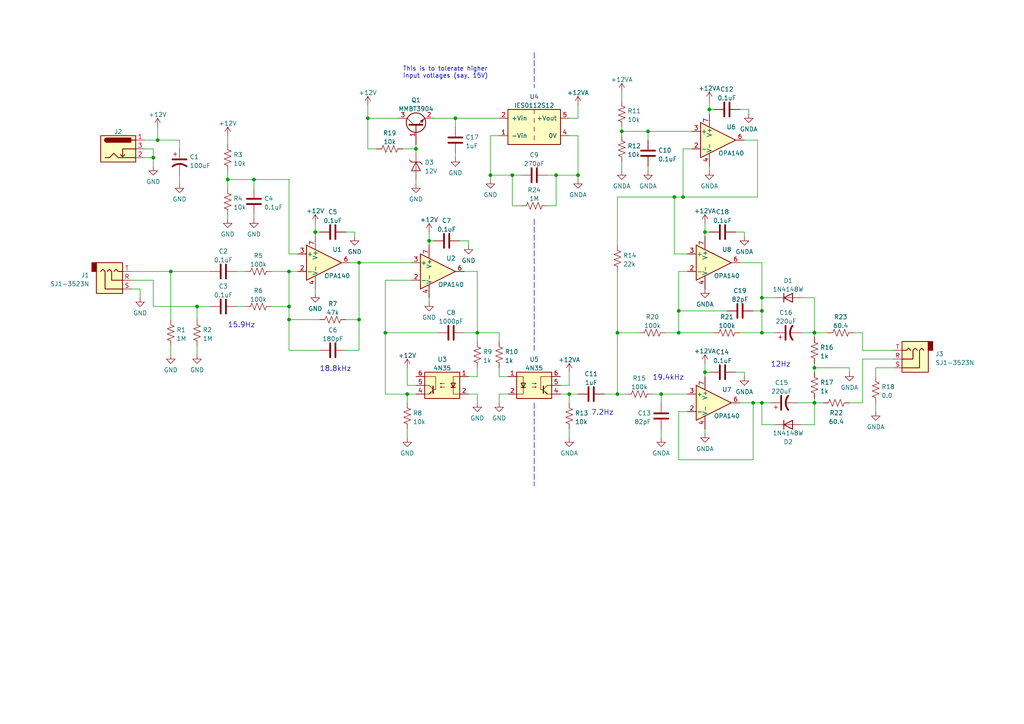
<source format=kicad_sch>
(kicad_sch (version 20211123) (generator eeschema)
  (paper "A4")
  (lib_symbols
    (symbol "Amplifier_Operational:OPA188xxD" (pin_names (offset 0.127))
      (property "Reference" "U" (at 0 6.35 0))
      (property "Value" "OPA188xxD" (at 0 3.81 0))
      (symbol "OPA188xxD_0_1"
        (polyline (pts (xy -5.08 5.08) (xy 5.08 0) (xy -5.08 -5.08) (xy -5.08 5.08)) (stroke (width 0.254)) (fill (type background)))
      )
      (symbol "OPA188xxD_1_1"
        (pin no_connect line (at -2.54 2.54 270) (length 2.54) hide (name "NC") (number "1"))
        (pin input line (at -7.62 -2.54 0) (length 2.54) (name "-") (number "2"))
        (pin input line (at -7.62 2.54 0) (length 2.54) (name "+") (number "3"))
        (pin power_in line (at -2.54 -7.62 90) (length 3.81) (name "V-") (number "4"))
        (pin no_connect line (at 0 2.54 270) (length 2.54) hide (name "NC") (number "5"))
        (pin output line (at 7.62 0 180) (length 2.54) (name "~") (number "6"))
        (pin power_in line (at -2.54 7.62 270) (length 3.81) (name "V+") (number "7"))
        (pin no_connect line (at 0 -2.54 90) (length 2.54) hide (name "NC") (number "8"))
      )
    )
    (symbol "Connector:AudioJack3"
      (property "Reference" "J" (at 0 8.89 0))
      (property "Value" "AudioJack3" (at 0 6.35 0))
      (symbol "AudioJack3_0_1"
        (rectangle (start -5.08 -5.08) (end -6.35 -2.54) (stroke (width 0.254)) (fill (type outline)))
        (polyline (pts (xy 0 -2.54) (xy 0.635 -3.175) (xy 1.27 -2.54) (xy 2.54 -2.54)) (stroke (width 0.254)))
        (polyline (pts (xy -1.905 -2.54) (xy -1.27 -3.175) (xy -0.635 -2.54) (xy -0.635 0) (xy 2.54 0)) (stroke (width 0.254)))
        (polyline (pts (xy 2.54 2.54) (xy -2.54 2.54) (xy -2.54 -2.54) (xy -3.175 -3.175) (xy -3.81 -2.54)) (stroke (width 0.254)))
        (rectangle (start 2.54 3.81) (end -5.08 -5.08) (stroke (width 0.254)) (fill (type background)))
      )
      (symbol "AudioJack3_1_1"
        (pin passive line (at 5.08 0 180) (length 2.54) (name "~") (number "R"))
        (pin passive line (at 5.08 2.54 180) (length 2.54) (name "~") (number "S"))
        (pin passive line (at 5.08 -2.54 180) (length 2.54) (name "~") (number "T"))
      )
    )
    (symbol "Connector:Barrel_Jack_Switch" (pin_names hide)
      (property "Reference" "J" (at 0 5.334 0))
      (property "Value" "Barrel_Jack_Switch" (at 0 -5.08 0))
      (symbol "Barrel_Jack_Switch_0_1"
        (rectangle (start -5.08 3.81) (end 5.08 -3.81) (stroke (width 0.254)) (fill (type background)))
        (arc (start -3.302 3.175) (mid -3.937 2.54) (end -3.302 1.905) (stroke (width 0.254)))
        (arc (start -3.302 3.175) (mid -3.937 2.54) (end -3.302 1.905) (stroke (width 0.254)) (fill (type outline)))
        (polyline (pts (xy 1.27 -2.286) (xy 1.905 -1.651)) (stroke (width 0.254)))
        (polyline (pts (xy 5.08 2.54) (xy 3.81 2.54)) (stroke (width 0.254)))
        (polyline (pts (xy 5.08 0) (xy 1.27 0) (xy 1.27 -2.286) (xy 0.635 -1.651)) (stroke (width 0.254)))
        (polyline (pts (xy -3.81 -2.54) (xy -2.54 -2.54) (xy -1.27 -1.27) (xy 0 -2.54) (xy 2.54 -2.54) (xy 5.08 -2.54)) (stroke (width 0.254)))
        (rectangle (start 3.683 3.175) (end -3.302 1.905) (stroke (width 0.254)) (fill (type outline)))
      )
      (symbol "Barrel_Jack_Switch_1_1"
        (pin passive line (at 7.62 2.54 180) (length 2.54) (name "~") (number "1"))
        (pin passive line (at 7.62 -2.54 180) (length 2.54) (name "~") (number "2"))
        (pin passive line (at 7.62 0 180) (length 2.54) (name "~") (number "3"))
      )
    )
    (symbol "Device:C" (pin_numbers hide) (pin_names (offset 0.254))
      (property "Reference" "C" (at 0.635 2.54 0))
      (property "Value" "C" (at 0.635 -2.54 0))
      (symbol "C_0_1"
        (polyline (pts (xy -2.032 -0.762) (xy 2.032 -0.762)) (stroke (width 0.508)))
        (polyline (pts (xy -2.032 0.762) (xy 2.032 0.762)) (stroke (width 0.508)))
      )
      (symbol "C_1_1"
        (pin passive line (at 0 3.81 270) (length 2.794) (name "~") (number "1"))
        (pin passive line (at 0 -3.81 90) (length 2.794) (name "~") (number "2"))
      )
    )
    (symbol "Device:C_Polarized_US" (pin_numbers hide) (pin_names (offset 0.254) hide)
      (property "Reference" "C" (at 0.635 2.54 0))
      (property "Value" "C_Polarized_US" (at 0.635 -2.54 0))
      (symbol "C_Polarized_US_0_1"
        (polyline (pts (xy -2.032 0.762) (xy 2.032 0.762)) (stroke (width 0.508)))
        (polyline (pts (xy -1.778 2.286) (xy -0.762 2.286)))
        (polyline (pts (xy -1.27 1.778) (xy -1.27 2.794)))
        (arc (start 2.032 -1.27) (mid 0 -0.5572) (end -2.032 -1.27) (stroke (width 0.508)))
      )
      (symbol "C_Polarized_US_1_1"
        (pin passive line (at 0 3.81 270) (length 2.794) (name "~") (number "1"))
        (pin passive line (at 0 -3.81 90) (length 3.302) (name "~") (number "2"))
      )
    )
    (symbol "Device:R_US" (pin_numbers hide) (pin_names (offset 0))
      (property "Reference" "R" (at 2.54 0 90))
      (property "Value" "R_US" (at -2.54 0 90))
      (symbol "R_US_0_1"
        (polyline (pts (xy 0 -2.286) (xy 0 -2.54)))
        (polyline (pts (xy 0 2.286) (xy 0 2.54)))
        (polyline (pts (xy 0 -0.762) (xy 1.016 -1.143) (xy 0 -1.524) (xy -1.016 -1.905) (xy 0 -2.286)))
        (polyline (pts (xy 0 0.762) (xy 1.016 0.381) (xy 0 0) (xy -1.016 -0.381) (xy 0 -0.762)))
        (polyline (pts (xy 0 2.286) (xy 1.016 1.905) (xy 0 1.524) (xy -1.016 1.143) (xy 0 0.762)))
      )
      (symbol "R_US_1_1"
        (pin passive line (at 0 3.81 270) (length 1.27) (name "~") (number "1"))
        (pin passive line (at 0 -3.81 90) (length 1.27) (name "~") (number "2"))
      )
    )
    (symbol "Diode:1N4148W" (pin_numbers hide) (pin_names (offset 1.016) hide)
      (property "Reference" "D" (at 0 2.54 0))
      (property "Value" "1N4148W" (at 0 -2.54 0))
      (symbol "1N4148W_0_1"
        (polyline (pts (xy -1.27 1.27) (xy -1.27 -1.27)) (stroke (width 0.254)))
        (polyline (pts (xy 1.27 0) (xy -1.27 0)))
        (polyline (pts (xy 1.27 1.27) (xy 1.27 -1.27) (xy -1.27 0) (xy 1.27 1.27)) (stroke (width 0.254)))
      )
      (symbol "1N4148W_1_1"
        (pin passive line (at -3.81 0 0) (length 2.54) (name "K") (number "1"))
        (pin passive line (at 3.81 0 180) (length 2.54) (name "A") (number "2"))
      )
    )
    (symbol "Isolator:4N35" (pin_names (offset 1.016))
      (property "Reference" "U" (at -5.08 5.08 0))
      (property "Value" "4N35" (at 0 5.08 0))
      (symbol "4N35_0_1"
        (rectangle (start -5.08 3.81) (end 5.08 -3.81) (stroke (width 0.254)) (fill (type background)))
        (polyline (pts (xy -3.81 -0.635) (xy -2.54 -0.635)) (stroke (width 0.254)))
        (polyline (pts (xy 2.667 -1.397) (xy 3.81 -2.54)))
        (polyline (pts (xy 2.667 -1.143) (xy 3.81 0)))
        (polyline (pts (xy 3.81 -2.54) (xy 5.08 -2.54)))
        (polyline (pts (xy 3.81 0) (xy 5.08 0)))
        (polyline (pts (xy 2.667 -0.254) (xy 2.667 -2.286) (xy 2.667 -2.286)) (stroke (width 0.3556)))
        (polyline (pts (xy -5.08 -2.54) (xy -3.175 -2.54) (xy -3.175 2.54) (xy -5.08 2.54)))
        (polyline (pts (xy -3.175 -0.635) (xy -3.81 0.635) (xy -2.54 0.635) (xy -3.175 -0.635)) (stroke (width 0.254)))
        (polyline (pts (xy 3.683 -2.413) (xy 3.429 -1.905) (xy 3.175 -2.159) (xy 3.683 -2.413)))
        (polyline (pts (xy 5.08 2.54) (xy 1.905 2.54) (xy 1.905 -1.27) (xy 2.54 -1.27)))
        (polyline (pts (xy -0.635 -0.508) (xy 0.635 -0.508) (xy 0.254 -0.635) (xy 0.254 -0.381) (xy 0.635 -0.508)))
        (polyline (pts (xy -0.635 0.508) (xy 0.635 0.508) (xy 0.254 0.381) (xy 0.254 0.635) (xy 0.635 0.508)))
      )
      (symbol "4N35_1_1"
        (pin passive line (at -7.62 2.54 0) (length 2.54) (name "~") (number "1"))
        (pin passive line (at -7.62 -2.54 0) (length 2.54) (name "~") (number "2"))
        (pin no_connect line (at -5.08 0 0) (length 2.54) hide (name "NC") (number "3"))
        (pin passive line (at 7.62 -2.54 180) (length 2.54) (name "~") (number "4"))
        (pin passive line (at 7.62 0 180) (length 2.54) (name "~") (number "5"))
        (pin passive line (at 7.62 2.54 180) (length 2.54) (name "~") (number "6"))
      )
    )
    (symbol "Repowered_Devices:D_Zener_Standard" (pin_numbers hide) (pin_names (offset 1.016) hide)
      (property "Reference" "D" (at 0 2.54 0))
      (property "Value" "D_Zener_Standard" (at 0 -2.54 0))
      (symbol "D_Zener_Standard_0_1"
        (polyline (pts (xy -1.905 -1.905) (xy -1.27 -1.27)) (stroke (width 0.2032)))
        (polyline (pts (xy 1.27 0) (xy -1.27 0)))
        (polyline (pts (xy -1.27 -1.27) (xy -1.27 1.143) (xy -0.635 1.778)) (stroke (width 0.2032)))
        (polyline (pts (xy 1.27 -1.27) (xy 1.27 1.27) (xy -1.27 0) (xy 1.27 -1.27)) (stroke (width 0.2032)))
      )
      (symbol "D_Zener_Standard_1_1"
        (pin passive line (at -3.81 0 0) (length 2.54) (name "K") (number "1"))
        (pin passive line (at 3.81 0 180) (length 2.54) (name "A") (number "2"))
      )
    )
    (symbol "Transistor_BJT:MMBT3904" (pin_names (offset 0) hide)
      (property "Reference" "Q" (at 5.08 1.905 0))
      (property "Value" "MMBT3904" (at 5.08 0 0))
      (symbol "MMBT3904_0_1"
        (polyline (pts (xy 0.635 0.635) (xy 2.54 2.54)))
        (polyline (pts (xy 0.635 -0.635) (xy 2.54 -2.54) (xy 2.54 -2.54)))
        (polyline (pts (xy 0.635 1.905) (xy 0.635 -1.905) (xy 0.635 -1.905)) (stroke (width 0.508)))
        (polyline (pts (xy 1.27 -1.778) (xy 1.778 -1.27) (xy 2.286 -2.286) (xy 1.27 -1.778) (xy 1.27 -1.778)) (fill (type outline)))
        (circle (center 1.27 0) (radius 2.8194) (stroke (width 0.254)))
      )
      (symbol "MMBT3904_1_1"
        (pin input line (at -5.08 0 0) (length 5.715) (name "B") (number "1"))
        (pin passive line (at 2.54 -5.08 90) (length 2.54) (name "E") (number "2"))
        (pin passive line (at 2.54 5.08 270) (length 2.54) (name "C") (number "3"))
      )
    )
    (symbol "XP_Power:ISE0515A" (pin_names (offset 1.016))
      (property "Reference" "U" (at 0 5.08 0))
      (property "Value" "ISE0515A" (at 0 2.54 0))
      (symbol "ISE0515A_1_1"
        (rectangle (start -7.62 0) (end 7.62 -10.16) (stroke (width 0.254)) (fill (type background)))
        (polyline (pts (xy 0 -7.62) (xy 0 -8.89)))
        (polyline (pts (xy 0 -5.08) (xy 0 -6.35)))
        (polyline (pts (xy 0 -2.54) (xy 0 -3.81)))
        (polyline (pts (xy 0 0) (xy 0 -1.27)))
        (pin power_in line (at -10.16 -7.62 0) (length 2.54) (name "-Vin") (number "1"))
        (pin power_in line (at -10.16 -2.54 0) (length 2.54) (name "+Vin") (number "2"))
        (pin power_out line (at 10.16 -7.62 180) (length 2.54) (name "0V") (number "4"))
        (pin power_out line (at 10.16 -2.54 180) (length 2.54) (name "+Vout") (number "5"))
        (pin passive line (at 0 -12.7 90) (length 2.54) hide (name "NC") (number "8"))
      )
    )
    (symbol "power:+12V" (power) (pin_names (offset 0))
      (property "Value" "+12V" (at 0 3.556 0))
      (symbol "+12V_0_1"
        (polyline (pts (xy -0.762 1.27) (xy 0 2.54)))
        (polyline (pts (xy 0 0) (xy 0 2.54)))
        (polyline (pts (xy 0 2.54) (xy 0.762 1.27)))
      )
      (symbol "+12V_1_1"
        (pin power_in line (at 0 0 90) (length 0) hide (name "+12V") (number "1"))
      )
    )
    (symbol "power:+12VA" (power) (pin_names (offset 0))
      (property "Value" "+12VA" (at 0 3.556 0))
      (symbol "+12VA_0_1"
        (polyline (pts (xy -0.762 1.27) (xy 0 2.54)))
        (polyline (pts (xy 0 0) (xy 0 2.54)))
        (polyline (pts (xy 0 2.54) (xy 0.762 1.27)))
      )
      (symbol "+12VA_1_1"
        (pin power_in line (at 0 0 90) (length 0) hide (name "+12VA") (number "1"))
      )
    )
    (symbol "power:GND" (power) (pin_names (offset 0))
      (property "Value" "GND" (at 0 -3.81 0))
      (symbol "GND_0_1"
        (polyline (pts (xy 0 0) (xy 0 -1.27) (xy 1.27 -1.27) (xy 0 -2.54) (xy -1.27 -1.27) (xy 0 -1.27)))
      )
      (symbol "GND_1_1"
        (pin power_in line (at 0 0 270) (length 0) hide (name "GND") (number "1"))
      )
    )
    (symbol "power:GNDA" (power) (pin_names (offset 0))
      (property "Value" "GNDA" (at 0 -3.81 0))
      (symbol "GNDA_0_1"
        (polyline (pts (xy 0 0) (xy 0 -1.27) (xy 1.27 -1.27) (xy 0 -2.54) (xy -1.27 -1.27) (xy 0 -1.27)))
      )
      (symbol "GNDA_1_1"
        (pin power_in line (at 0 0 270) (length 0) hide (name "GNDA") (number "1"))
      )
    )
  )
  (junction (at 124.46 69.85))
  (junction (at 83.82 92.71))
  (junction (at 104.14 92.71))
  (junction (at 132.08 34.29))
  (junction (at 120.65 43.18))
  (junction (at 138.43 96.52))
  (junction (at 220.98 90.17))
  (junction (at 236.22 106.68))
  (junction (at 196.85 96.52))
  (junction (at 205.74 31.75))
  (junction (at 142.24 50.8))
  (junction (at 73.66 52.07))
  (junction (at 91.44 67.31))
  (junction (at 204.47 107.95))
  (junction (at 83.82 88.9))
  (junction (at 106.68 34.29))
  (junction (at 57.15 88.9))
  (junction (at 195.58 57.15))
  (junction (at 187.96 38.1))
  (junction (at 220.98 86.36))
  (junction (at 191.77 114.3))
  (junction (at 204.47 67.31))
  (junction (at 167.64 50.8))
  (junction (at 198.12 57.15))
  (junction (at 111.76 96.52))
  (junction (at 44.45 45.72))
  (junction (at 49.53 78.74))
  (junction (at 196.85 90.17))
  (junction (at 180.34 38.1))
  (junction (at 218.44 116.84))
  (junction (at 148.59 50.8))
  (junction (at 165.1 114.3))
  (junction (at 236.22 96.52))
  (junction (at 83.82 78.74))
  (junction (at 66.04 52.07))
  (junction (at 161.29 50.8))
  (junction (at 118.11 114.3))
  (junction (at 236.22 116.84))
  (junction (at 179.07 96.52))
  (junction (at 220.98 116.84))
  (junction (at 179.07 114.3))
  (junction (at 104.14 76.2))
  (junction (at 220.98 96.52))
  (junction (at 45.72 40.64))
  (wire (pts (xy 180.34 26.67) (xy 180.34 29.21)))
  (wire (pts (xy 167.64 30.48) (xy 167.64 34.29)))
  (wire (pts (xy 167.64 39.37) (xy 165.1 39.37)))
  (wire (pts (xy 138.43 109.22) (xy 135.89 109.22)))
  (wire (pts (xy 86.36 73.66) (xy 83.82 73.66)))
  (wire (pts (xy 38.1 81.28) (xy 44.45 81.28)))
  (wire (pts (xy 220.98 86.36) (xy 224.79 86.36)))
  (wire (pts (xy 236.22 106.68) (xy 236.22 107.95)))
  (polyline (pts (xy 154.94 116.84) (xy 154.94 140.97)))
  (wire (pts (xy 220.98 116.84) (xy 223.52 116.84)))
  (wire (pts (xy 193.04 96.52) (xy 196.85 96.52)))
  (wire (pts (xy 120.65 41.91) (xy 120.65 43.18)))
  (wire (pts (xy 142.24 50.8) (xy 142.24 52.07)))
  (wire (pts (xy 41.91 43.18) (xy 44.45 43.18)))
  (wire (pts (xy 106.68 30.48) (xy 106.68 34.29)))
  (wire (pts (xy 214.63 116.84) (xy 218.44 116.84)))
  (wire (pts (xy 179.07 57.15) (xy 195.58 57.15)))
  (wire (pts (xy 120.65 114.3) (xy 118.11 114.3)))
  (wire (pts (xy 259.08 101.6) (xy 250.19 101.6)))
  (wire (pts (xy 142.24 50.8) (xy 148.59 50.8)))
  (wire (pts (xy 144.78 96.52) (xy 144.78 99.06)))
  (wire (pts (xy 196.85 119.38) (xy 196.85 133.35)))
  (wire (pts (xy 66.04 62.23) (xy 66.04 63.5)))
  (wire (pts (xy 91.44 67.31) (xy 92.71 67.31)))
  (wire (pts (xy 111.76 81.28) (xy 119.38 81.28)))
  (wire (pts (xy 104.14 92.71) (xy 104.14 101.6)))
  (wire (pts (xy 207.01 96.52) (xy 196.85 96.52)))
  (wire (pts (xy 124.46 69.85) (xy 124.46 71.12)))
  (wire (pts (xy 189.23 114.3) (xy 191.77 114.3)))
  (wire (pts (xy 118.11 114.3) (xy 111.76 114.3)))
  (wire (pts (xy 83.82 78.74) (xy 86.36 78.74)))
  (wire (pts (xy 138.43 78.74) (xy 138.43 96.52)))
  (wire (pts (xy 92.71 92.71) (xy 83.82 92.71)))
  (wire (pts (xy 236.22 116.84) (xy 236.22 115.57)))
  (wire (pts (xy 220.98 90.17) (xy 220.98 96.52)))
  (wire (pts (xy 196.85 96.52) (xy 196.85 90.17)))
  (wire (pts (xy 83.82 92.71) (xy 83.82 88.9)))
  (wire (pts (xy 120.65 43.18) (xy 120.65 44.45)))
  (wire (pts (xy 41.91 40.64) (xy 45.72 40.64)))
  (wire (pts (xy 134.62 96.52) (xy 138.43 96.52)))
  (wire (pts (xy 254 116.84) (xy 254 119.38)))
  (wire (pts (xy 44.45 81.28) (xy 44.45 88.9)))
  (wire (pts (xy 220.98 76.2) (xy 220.98 86.36)))
  (wire (pts (xy 204.47 64.77) (xy 204.47 67.31)))
  (wire (pts (xy 236.22 96.52) (xy 236.22 97.79)))
  (wire (pts (xy 135.89 69.85) (xy 135.89 71.12)))
  (wire (pts (xy 106.68 34.29) (xy 115.57 34.29)))
  (wire (pts (xy 52.07 40.64) (xy 45.72 40.64)))
  (wire (pts (xy 45.72 36.83) (xy 45.72 40.64)))
  (wire (pts (xy 158.75 50.8) (xy 161.29 50.8)))
  (wire (pts (xy 195.58 57.15) (xy 198.12 57.15)))
  (wire (pts (xy 250.19 96.52) (xy 247.65 96.52)))
  (wire (pts (xy 118.11 106.68) (xy 118.11 111.76)))
  (wire (pts (xy 148.59 50.8) (xy 151.13 50.8)))
  (wire (pts (xy 217.17 31.75) (xy 217.17 33.02)))
  (wire (pts (xy 124.46 69.85) (xy 125.73 69.85)))
  (wire (pts (xy 91.44 83.82) (xy 91.44 85.09)))
  (wire (pts (xy 218.44 90.17) (xy 220.98 90.17)))
  (wire (pts (xy 199.39 73.66) (xy 195.58 73.66)))
  (wire (pts (xy 144.78 106.68) (xy 144.78 109.22)))
  (wire (pts (xy 246.38 116.84) (xy 250.19 116.84)))
  (wire (pts (xy 91.44 64.77) (xy 91.44 67.31)))
  (polyline (pts (xy 154.94 63.5) (xy 154.94 101.6)))
  (wire (pts (xy 187.96 49.53) (xy 187.96 48.26)))
  (wire (pts (xy 232.41 86.36) (xy 236.22 86.36)))
  (wire (pts (xy 198.12 43.18) (xy 198.12 57.15)))
  (wire (pts (xy 200.66 43.18) (xy 198.12 43.18)))
  (wire (pts (xy 111.76 96.52) (xy 111.76 81.28)))
  (wire (pts (xy 104.14 76.2) (xy 104.14 92.71)))
  (wire (pts (xy 246.38 106.68) (xy 246.38 107.95)))
  (wire (pts (xy 191.77 114.3) (xy 191.77 116.84)))
  (wire (pts (xy 138.43 96.52) (xy 144.78 96.52)))
  (wire (pts (xy 205.74 29.21) (xy 205.74 31.75)))
  (wire (pts (xy 100.33 67.31) (xy 102.87 67.31)))
  (wire (pts (xy 66.04 52.07) (xy 66.04 54.61)))
  (wire (pts (xy 118.11 114.3) (xy 118.11 116.84)))
  (wire (pts (xy 196.85 90.17) (xy 210.82 90.17)))
  (wire (pts (xy 144.78 39.37) (xy 142.24 39.37)))
  (wire (pts (xy 215.9 107.95) (xy 215.9 109.22)))
  (wire (pts (xy 162.56 114.3) (xy 165.1 114.3)))
  (wire (pts (xy 180.34 46.99) (xy 180.34 49.53)))
  (wire (pts (xy 215.9 40.64) (xy 219.71 40.64)))
  (wire (pts (xy 132.08 34.29) (xy 144.78 34.29)))
  (wire (pts (xy 199.39 78.74) (xy 196.85 78.74)))
  (wire (pts (xy 142.24 39.37) (xy 142.24 50.8)))
  (wire (pts (xy 220.98 116.84) (xy 220.98 123.19)))
  (wire (pts (xy 57.15 88.9) (xy 57.15 92.71)))
  (wire (pts (xy 83.82 101.6) (xy 83.82 92.71)))
  (wire (pts (xy 83.82 52.07) (xy 73.66 52.07)))
  (wire (pts (xy 73.66 52.07) (xy 66.04 52.07)))
  (wire (pts (xy 124.46 67.31) (xy 124.46 69.85)))
  (wire (pts (xy 250.19 104.14) (xy 250.19 116.84)))
  (wire (pts (xy 205.74 31.75) (xy 207.01 31.75)))
  (wire (pts (xy 205.74 48.26) (xy 205.74 49.53)))
  (wire (pts (xy 151.13 59.69) (xy 148.59 59.69)))
  (wire (pts (xy 215.9 67.31) (xy 215.9 68.58)))
  (wire (pts (xy 231.14 116.84) (xy 236.22 116.84)))
  (wire (pts (xy 179.07 96.52) (xy 179.07 78.74)))
  (wire (pts (xy 132.08 34.29) (xy 132.08 36.83)))
  (wire (pts (xy 198.12 57.15) (xy 219.71 57.15)))
  (wire (pts (xy 138.43 106.68) (xy 138.43 109.22)))
  (wire (pts (xy 179.07 96.52) (xy 185.42 96.52)))
  (wire (pts (xy 101.6 76.2) (xy 104.14 76.2)))
  (wire (pts (xy 167.64 52.07) (xy 167.64 50.8)))
  (wire (pts (xy 111.76 114.3) (xy 111.76 96.52)))
  (wire (pts (xy 106.68 34.29) (xy 106.68 43.18)))
  (wire (pts (xy 191.77 114.3) (xy 199.39 114.3)))
  (wire (pts (xy 133.35 69.85) (xy 135.89 69.85)))
  (wire (pts (xy 158.75 59.69) (xy 161.29 59.69)))
  (wire (pts (xy 250.19 101.6) (xy 250.19 96.52)))
  (wire (pts (xy 187.96 38.1) (xy 187.96 40.64)))
  (wire (pts (xy 120.65 52.07) (xy 120.65 53.34)))
  (wire (pts (xy 219.71 57.15) (xy 219.71 40.64)))
  (wire (pts (xy 232.41 96.52) (xy 236.22 96.52)))
  (wire (pts (xy 204.47 107.95) (xy 204.47 109.22)))
  (wire (pts (xy 165.1 107.95) (xy 165.1 111.76)))
  (wire (pts (xy 68.58 78.74) (xy 71.12 78.74)))
  (wire (pts (xy 204.47 67.31) (xy 204.47 68.58)))
  (wire (pts (xy 78.74 88.9) (xy 83.82 88.9)))
  (wire (pts (xy 165.1 34.29) (xy 167.64 34.29)))
  (wire (pts (xy 191.77 124.46) (xy 191.77 127)))
  (wire (pts (xy 138.43 96.52) (xy 138.43 99.06)))
  (wire (pts (xy 220.98 123.19) (xy 224.79 123.19)))
  (wire (pts (xy 66.04 39.37) (xy 66.04 41.91)))
  (wire (pts (xy 144.78 114.3) (xy 144.78 116.84)))
  (wire (pts (xy 118.11 124.46) (xy 118.11 127)))
  (wire (pts (xy 213.36 107.95) (xy 215.9 107.95)))
  (wire (pts (xy 132.08 44.45) (xy 132.08 45.72)))
  (wire (pts (xy 49.53 78.74) (xy 49.53 92.71)))
  (wire (pts (xy 92.71 101.6) (xy 83.82 101.6)))
  (wire (pts (xy 165.1 114.3) (xy 165.1 116.84)))
  (wire (pts (xy 83.82 52.07) (xy 83.82 73.66)))
  (wire (pts (xy 144.78 109.22) (xy 147.32 109.22)))
  (wire (pts (xy 44.45 43.18) (xy 44.45 45.72)))
  (wire (pts (xy 49.53 78.74) (xy 60.96 78.74)))
  (wire (pts (xy 204.47 124.46) (xy 204.47 125.73)))
  (wire (pts (xy 180.34 38.1) (xy 180.34 39.37)))
  (wire (pts (xy 214.63 31.75) (xy 217.17 31.75)))
  (wire (pts (xy 102.87 67.31) (xy 102.87 68.58)))
  (wire (pts (xy 196.85 90.17) (xy 196.85 78.74)))
  (wire (pts (xy 52.07 50.8) (xy 52.07 53.34)))
  (wire (pts (xy 254 106.68) (xy 259.08 106.68)))
  (wire (pts (xy 179.07 57.15) (xy 179.07 71.12)))
  (wire (pts (xy 180.34 38.1) (xy 180.34 36.83)))
  (wire (pts (xy 49.53 100.33) (xy 49.53 102.87)))
  (wire (pts (xy 135.89 114.3) (xy 138.43 114.3)))
  (wire (pts (xy 205.74 31.75) (xy 205.74 33.02)))
  (wire (pts (xy 116.84 43.18) (xy 120.65 43.18)))
  (wire (pts (xy 66.04 49.53) (xy 66.04 52.07)))
  (wire (pts (xy 167.64 50.8) (xy 167.64 39.37)))
  (wire (pts (xy 125.73 34.29) (xy 132.08 34.29)))
  (wire (pts (xy 73.66 52.07) (xy 73.66 54.61)))
  (wire (pts (xy 44.45 45.72) (xy 44.45 48.26)))
  (wire (pts (xy 236.22 106.68) (xy 246.38 106.68)))
  (wire (pts (xy 127 96.52) (xy 111.76 96.52)))
  (wire (pts (xy 161.29 50.8) (xy 167.64 50.8)))
  (wire (pts (xy 254 106.68) (xy 254 109.22)))
  (wire (pts (xy 161.29 59.69) (xy 161.29 50.8)))
  (wire (pts (xy 187.96 38.1) (xy 180.34 38.1)))
  (wire (pts (xy 138.43 114.3) (xy 138.43 116.84)))
  (wire (pts (xy 57.15 100.33) (xy 57.15 102.87)))
  (wire (pts (xy 147.32 114.3) (xy 144.78 114.3)))
  (wire (pts (xy 204.47 107.95) (xy 205.74 107.95)))
  (wire (pts (xy 218.44 116.84) (xy 218.44 133.35)))
  (wire (pts (xy 40.64 83.82) (xy 40.64 86.36)))
  (wire (pts (xy 68.58 88.9) (xy 71.12 88.9)))
  (wire (pts (xy 218.44 116.84) (xy 220.98 116.84)))
  (wire (pts (xy 236.22 86.36) (xy 236.22 96.52)))
  (wire (pts (xy 162.56 111.76) (xy 165.1 111.76)))
  (wire (pts (xy 124.46 86.36) (xy 124.46 87.63)))
  (wire (pts (xy 38.1 83.82) (xy 40.64 83.82)))
  (wire (pts (xy 236.22 105.41) (xy 236.22 106.68)))
  (wire (pts (xy 220.98 96.52) (xy 224.79 96.52)))
  (wire (pts (xy 52.07 43.18) (xy 52.07 40.64)))
  (wire (pts (xy 236.22 123.19) (xy 236.22 116.84)))
  (wire (pts (xy 213.36 67.31) (xy 215.9 67.31)))
  (wire (pts (xy 44.45 88.9) (xy 57.15 88.9)))
  (polyline (pts (xy 154.94 15.24) (xy 154.94 25.4)))
  (wire (pts (xy 57.15 88.9) (xy 60.96 88.9)))
  (wire (pts (xy 179.07 114.3) (xy 181.61 114.3)))
  (wire (pts (xy 214.63 76.2) (xy 220.98 76.2)))
  (wire (pts (xy 165.1 114.3) (xy 167.64 114.3)))
  (wire (pts (xy 204.47 67.31) (xy 205.74 67.31)))
  (wire (pts (xy 200.66 38.1) (xy 187.96 38.1)))
  (wire (pts (xy 91.44 67.31) (xy 91.44 68.58)))
  (wire (pts (xy 175.26 114.3) (xy 179.07 114.3)))
  (wire (pts (xy 83.82 88.9) (xy 83.82 78.74)))
  (wire (pts (xy 259.08 104.14) (xy 250.19 104.14)))
  (wire (pts (xy 214.63 96.52) (xy 220.98 96.52)))
  (wire (pts (xy 104.14 76.2) (xy 119.38 76.2)))
  (wire (pts (xy 120.65 111.76) (xy 118.11 111.76)))
  (wire (pts (xy 38.1 78.74) (xy 49.53 78.74)))
  (wire (pts (xy 165.1 124.46) (xy 165.1 127)))
  (wire (pts (xy 78.74 78.74) (xy 83.82 78.74)))
  (wire (pts (xy 134.62 78.74) (xy 138.43 78.74)))
  (wire (pts (xy 199.39 119.38) (xy 196.85 119.38)))
  (wire (pts (xy 196.85 133.35) (xy 218.44 133.35)))
  (wire (pts (xy 148.59 59.69) (xy 148.59 50.8)))
  (wire (pts (xy 106.68 43.18) (xy 109.22 43.18)))
  (wire (pts (xy 220.98 86.36) (xy 220.98 90.17)))
  (wire (pts (xy 179.07 114.3) (xy 179.07 96.52)))
  (wire (pts (xy 100.33 92.71) (xy 104.14 92.71)))
  (wire (pts (xy 195.58 73.66) (xy 195.58 57.15)))
  (wire (pts (xy 204.47 105.41) (xy 204.47 107.95)))
  (wire (pts (xy 41.91 45.72) (xy 44.45 45.72)))
  (wire (pts (xy 104.14 101.6) (xy 100.33 101.6)))
  (wire (pts (xy 73.66 63.5) (xy 73.66 62.23)))
  (wire (pts (xy 240.03 96.52) (xy 236.22 96.52)))
  (wire (pts (xy 238.76 116.84) (xy 236.22 116.84)))
  (wire (pts (xy 232.41 123.19) (xy 236.22 123.19)))
  (text "19.4kHz" (at 189.23 110.49 0) (effects (font (size 1.5 1.5)) (justify left bottom)))
  (text "7.2Hz" (at 171.45 120.65 0) (effects (font (size 1.5 1.5)) (justify left bottom)))
  (text "15.9Hz" (at 66.04 95.25 0) (effects (font (size 1.5 1.5)) (justify left bottom)))
  (text "This is to tolerate higher\ninput votlages (say, 15V)" (at 116.84 22.86 0) (effects (font (size 1.27 1.27)) (justify left bottom)))
  (text "12Hz\n" (at 223.52 106.68 0) (effects (font (size 1.5 1.5)) (justify left bottom)))
  (text "18.8kHz" (at 92.71 107.95 0) (effects (font (size 1.5 1.5)) (justify left bottom)))
  (symbol (lib_id "Device:C") (at 187.96 44.45 180) (unit 1)
    (property "Reference" "C10" (at 190.881 43.6153 0) (effects (justify right)))
    (property "Value" "0.1uF" (at 190.881 46.1522 0) (effects (justify right)))
    (property "Footprint" "Capacitor_SMD:C_0603_1608Metric" (effects hide))
  )
  (symbol (lib_id "Device:R_US") (at 57.15 96.52 180) (unit 1)
    (property "Reference" "R2" (at 58.801 95.6853 0) (effects (justify right)))
    (property "Value" "1M" (at 58.801 98.2222 0) (effects (justify right)))
    (property "Footprint" "Resistor_SMD:R_0603_1608Metric" (effects hide))
  )
  (symbol (lib_id "Device:R_US") (at 236.22 101.6 180) (unit 1)
    (property "Reference" "R16" (at 237.871 100.7653 0) (effects (justify right)))
    (property "Value" "1k" (at 237.871 103.3022 0) (effects (justify right)))
    (property "Footprint" "Resistor_SMD:R_0603_1608Metric" (effects hide))
  )
  (symbol (lib_id "power:GNDA") (at 204.47 83.82 0) (unit 1)
    (property "Reference" "#PWR040" (effects hide))
    (property "Value" "GNDA" (at 204.47 88.2634 0))
  )
  (symbol (lib_id "power:GND") (at 144.78 116.84 0) (unit 1)
    (property "Reference" "#PWR021" (effects hide))
    (property "Value" "GND" (at 144.78 121.2834 0))
  )
  (symbol (lib_id "Connector:Barrel_Jack_Switch") (at 34.29 43.18 0) (unit 1)
    (property "Reference" "J2" (at 34.29 38.2072 0))
    (property "Value" "Barrel_Jack_Switch" (effects hide))
    (property "Footprint" "Repowered_Connectors:BarrelJack_CUI_PJ-066A" (effects hide))
  )
  (symbol (lib_id "Device:C") (at 64.77 88.9 90) (unit 1)
    (property "Reference" "C3" (at 64.77 83.0412 90))
    (property "Value" "0.1uF" (at 64.77 85.5781 90))
    (property "Footprint" "Capacitor_SMD:C_0603_1608Metric" (effects hide))
  )
  (symbol (lib_id "Device:C_Polarized_US") (at 52.07 46.99 0) (unit 1)
    (property "Reference" "C1" (at 54.991 45.5203 0) (effects (justify left)))
    (property "Value" "100uF" (at 54.991 48.0572 0) (effects (justify left)))
    (property "Footprint" "Capacitor_SMD:CP_Elec_6.3x9.9" (effects hide))
  )
  (symbol (lib_id "power:GNDA") (at 191.77 127 0) (unit 1)
    (property "Reference" "#PWR031" (effects hide))
    (property "Value" "GNDA" (at 191.77 131.4434 0))
  )
  (symbol (lib_id "power:GND") (at 102.87 68.58 0) (unit 1)
    (property "Reference" "#PWR012" (effects hide))
    (property "Value" "GND" (at 102.87 73.0234 0))
  )
  (symbol (lib_id "power:GNDA") (at 246.38 107.95 0) (unit 1)
    (property "Reference" "#PWR042" (effects hide))
    (property "Value" "GNDA" (at 246.38 112.3934 0))
  )
  (symbol (lib_id "power:GND") (at 132.08 45.72 0) (unit 1)
    (property "Reference" "#PWR038" (effects hide))
    (property "Value" "GND" (at 132.08 50.1634 0))
  )
  (symbol (lib_id "power:GND") (at 91.44 85.09 0) (unit 1)
    (property "Reference" "#PWR011" (effects hide))
    (property "Value" "GND" (at 91.44 89.5334 0))
  )
  (symbol (lib_id "power:GND") (at 66.04 63.5 0) (unit 1)
    (property "Reference" "#PWR08" (effects hide))
    (property "Value" "GND" (at 66.04 67.9434 0))
  )
  (symbol (lib_id "Device:R_US") (at 243.84 96.52 270) (unit 1)
    (property "Reference" "R23" (at 243.84 91.9312 90))
    (property "Value" "60.4" (at 243.84 94.4681 90))
    (property "Footprint" "Resistor_SMD:R_0805_2012Metric" (effects hide))
  )
  (symbol (lib_id "Repowered_Devices:D_Zener_Standard") (at 120.65 48.26 270) (unit 1)
    (property "Reference" "D3" (at 123.1646 47.1078 90) (effects (justify left)))
    (property "Value" "12V" (at 123.1646 49.6447 90) (effects (justify left)))
    (property "Footprint" "Diode_SMD:D_SOD-123" (effects hide))
  )
  (symbol (lib_id "Device:R_US") (at 185.42 114.3 270) (unit 1)
    (property "Reference" "R15" (at 185.42 109.7112 90))
    (property "Value" "100k" (at 185.42 112.2481 90))
    (property "Footprint" "Resistor_SMD:R_0603_1608Metric" (effects hide))
  )
  (symbol (lib_id "Device:R_US") (at 49.53 96.52 180) (unit 1)
    (property "Reference" "R1" (at 51.181 95.6853 0) (effects (justify right)))
    (property "Value" "1M" (at 51.181 98.2222 0) (effects (justify right)))
    (property "Footprint" "Resistor_SMD:R_0603_1608Metric" (effects hide))
  )
  (symbol (lib_id "power:GNDA") (at 204.47 125.73 0) (unit 1)
    (property "Reference" "#PWR034" (effects hide))
    (property "Value" "GNDA" (at 204.47 130.1734 0))
  )
  (symbol (lib_id "power:GND") (at 52.07 53.34 0) (unit 1)
    (property "Reference" "#PWR05" (effects hide))
    (property "Value" "GND" (at 52.07 57.7834 0))
  )
  (symbol (lib_id "Device:C") (at 154.94 50.8 90) (unit 1)
    (property "Reference" "C9" (at 154.94 44.9412 90))
    (property "Value" "270pF" (at 154.94 47.4781 90))
    (property "Footprint" "Capacitor_SMD:C_1206_3216Metric" (effects hide))
  )
  (symbol (lib_id "Device:R_US") (at 74.93 88.9 90) (unit 1)
    (property "Reference" "R6" (at 74.93 84.3112 90))
    (property "Value" "100k" (at 74.93 86.8481 90))
    (property "Footprint" "Resistor_SMD:R_0603_1608Metric" (effects hide))
  )
  (symbol (lib_id "XP_Power:ISE0515A") (at 154.94 31.75 0) (unit 1)
    (property "Reference" "U4" (at 154.94 28.0502 0))
    (property "Value" "IES0112S12" (at 154.94 30.5871 0))
    (property "Footprint" "Repowered_DC-DC_Modules:XP_Power_ISE" (effects hide))
  )
  (symbol (lib_id "Device:R_US") (at 74.93 78.74 90) (unit 1)
    (property "Reference" "R5" (at 74.93 74.1512 90))
    (property "Value" "100k" (at 74.93 76.6881 90))
    (property "Footprint" "Resistor_SMD:R_0603_1608Metric" (effects hide))
  )
  (symbol (lib_id "Device:C") (at 191.77 120.65 180) (unit 1)
    (property "Reference" "C13" (at 188.8491 119.8153 0) (effects (justify left)))
    (property "Value" "82pF" (at 188.8491 122.3522 0) (effects (justify left)))
    (property "Footprint" "Capacitor_SMD:C_0603_1608Metric" (effects hide))
  )
  (symbol (lib_id "Device:C") (at 171.45 114.3 90) (unit 1)
    (property "Reference" "C11" (at 171.45 108.4412 90))
    (property "Value" "1uF" (at 171.45 110.9781 90))
    (property "Footprint" "Capacitor_SMD:C_0805_2012Metric" (effects hide))
  )
  (symbol (lib_id "Device:C_Polarized_US") (at 227.33 116.84 90) (unit 1)
    (property "Reference" "C15" (at 226.695 110.9812 90))
    (property "Value" "220uF" (at 226.695 113.5181 90))
    (property "Footprint" "Capacitor_SMD:CP_Elec_10x10" (effects hide))
  )
  (symbol (lib_id "power:+12V") (at 91.44 64.77 0) (unit 1)
    (property "Reference" "#PWR010" (effects hide))
    (property "Value" "+12V" (at 91.44 61.1942 0))
  )
  (symbol (lib_id "power:GND") (at 73.66 63.5 0) (unit 1)
    (property "Reference" "#PWR09" (effects hide))
    (property "Value" "GND" (at 73.66 67.9434 0))
  )
  (symbol (lib_id "power:GNDA") (at 165.1 127 0) (unit 1)
    (property "Reference" "#PWR025" (effects hide))
    (property "Value" "GNDA" (at 165.1 131.4434 0))
  )
  (symbol (lib_id "power:+12VA") (at 165.1 107.95 0) (unit 1)
    (property "Reference" "#PWR024" (effects hide))
    (property "Value" "+12VA" (at 165.1 104.3742 0))
  )
  (symbol (lib_id "Amplifier_Operational:OPA188xxD") (at 207.01 76.2 0) (unit 1)
    (property "Reference" "U8" (at 210.82 72.39 0))
    (property "Value" "OPA140" (at 210.82 80.01 0))
    (property "Footprint" "Package_SO:SOIC-8_3.9x4.9mm_P1.27mm" (effects hide))
    (property "Datasheet" "http://www.ti.com/lit/ds/symlink/opa140.pdf" (effects hide))
  )
  (symbol (lib_id "power:GNDA") (at 205.74 49.53 0) (unit 1)
    (property "Reference" "#PWR030" (effects hide))
    (property "Value" "GNDA" (at 205.74 53.9734 0))
  )
  (symbol (lib_id "power:GNDA") (at 254 119.38 0) (mirror y) (unit 1)
    (property "Reference" "#PWR036" (effects hide))
    (property "Value" "GNDA" (at 254 123.8234 0))
  )
  (symbol (lib_id "Device:R_US") (at 138.43 102.87 0) (unit 1)
    (property "Reference" "R9" (at 140.081 102.0353 0) (effects (justify left)))
    (property "Value" "1k" (at 140.081 104.5722 0) (effects (justify left)))
    (property "Footprint" "Resistor_SMD:R_0603_1608Metric" (effects hide))
  )
  (symbol (lib_id "power:GNDA") (at 167.64 52.07 0) (unit 1)
    (property "Reference" "#PWR027" (effects hide))
    (property "Value" "GNDA" (at 167.64 56.5134 0))
  )
  (symbol (lib_id "power:GNDA") (at 215.9 109.22 0) (unit 1)
    (property "Reference" "#PWR035" (effects hide))
    (property "Value" "GNDA" (at 215.9 113.6634 0))
  )
  (symbol (lib_id "power:GND") (at 40.64 86.36 0) (unit 1)
    (property "Reference" "#PWR01" (effects hide))
    (property "Value" "GND" (at 40.64 90.8034 0))
  )
  (symbol (lib_id "Device:R_US") (at 180.34 43.18 180) (unit 1)
    (property "Reference" "R12" (at 181.991 42.3453 0) (effects (justify right)))
    (property "Value" "10k" (at 181.991 44.8822 0) (effects (justify right)))
    (property "Footprint" "Resistor_SMD:R_0603_1608Metric" (effects hide))
  )
  (symbol (lib_id "power:+12V") (at 66.04 39.37 0) (unit 1)
    (property "Reference" "#PWR07" (effects hide))
    (property "Value" "+12V" (at 66.04 35.7942 0))
  )
  (symbol (lib_id "power:+12V") (at 45.72 36.83 0) (unit 1)
    (property "Reference" "#PWR03" (effects hide))
    (property "Value" "+12V" (at 45.72 33.2542 0))
  )
  (symbol (lib_id "power:GNDA") (at 215.9 68.58 0) (unit 1)
    (property "Reference" "#PWR041" (effects hide))
    (property "Value" "GNDA" (at 215.9 73.0234 0))
  )
  (symbol (lib_id "Isolator:4N35") (at 128.27 111.76 0) (mirror y) (unit 1)
    (property "Reference" "U3" (at 128.27 104.2502 0))
    (property "Value" "4N35" (at 128.27 106.7871 0))
    (property "Footprint" "Package_DIP:DIP-6_W7.62mm" (effects hide))
    (property "Datasheet" "https://www.vishay.com/docs/81181/4n35.pdf" (effects hide))
  )
  (symbol (lib_id "power:GND") (at 49.53 102.87 0) (unit 1)
    (property "Reference" "#PWR04" (effects hide))
    (property "Value" "GND" (at 49.53 107.3134 0))
  )
  (symbol (lib_id "power:+12V") (at 124.46 67.31 0) (unit 1)
    (property "Reference" "#PWR015" (effects hide))
    (property "Value" "+12V" (at 124.46 63.7342 0))
  )
  (symbol (lib_id "Device:C") (at 73.66 58.42 180) (unit 1)
    (property "Reference" "C4" (at 76.581 57.5853 0) (effects (justify right)))
    (property "Value" "0.1uF" (at 76.581 60.1222 0) (effects (justify right)))
    (property "Footprint" "Capacitor_SMD:C_0603_1608Metric" (effects hide))
  )
  (symbol (lib_id "Device:C_Polarized_US") (at 228.6 96.52 90) (unit 1)
    (property "Reference" "C16" (at 227.965 90.6612 90))
    (property "Value" "220uF" (at 227.965 93.1981 90))
    (property "Footprint" "Capacitor_SMD:CP_Elec_10x10" (effects hide))
  )
  (symbol (lib_id "Device:C") (at 209.55 107.95 90) (unit 1)
    (property "Reference" "C14" (at 209.55 102.0912 90))
    (property "Value" "0.1uF" (at 209.55 104.6281 90))
    (property "Footprint" "Capacitor_SMD:C_0603_1608Metric" (effects hide))
  )
  (symbol (lib_id "Diode:1N4148W") (at 228.6 123.19 0) (mirror x) (unit 1)
    (property "Reference" "D2" (at 228.6 128.1598 0))
    (property "Value" "1N4148W" (at 228.6 125.6229 0))
    (property "Footprint" "Diode_SMD:D_SOD-123" (effects hide))
    (property "Datasheet" "https://www.vishay.com/docs/85748/1n4148w.pdf" (effects hide))
  )
  (symbol (lib_id "power:+12VA") (at 167.64 30.48 0) (unit 1)
    (property "Reference" "#PWR026" (effects hide))
    (property "Value" "+12VA" (at 167.64 26.9042 0))
  )
  (symbol (lib_id "Connector:AudioJack3") (at 264.16 104.14 180) (unit 1)
    (property "Reference" "J3" (at 271.272 102.6703 0) (effects (justify right)))
    (property "Value" "SJ1-3523N" (at 271.272 105.2072 0) (effects (justify right)))
    (property "Footprint" "Repowered_Connectors:Jack_3.5mm_CUI_SJ1-3523N_Horizontal" (effects hide))
    (property "MFG_PN" "SJ1-3523N" (effects hide))
  )
  (symbol (lib_id "power:GND") (at 57.15 102.87 0) (unit 1)
    (property "Reference" "#PWR06" (effects hide))
    (property "Value" "GND" (at 57.15 107.3134 0))
  )
  (symbol (lib_id "Device:R_US") (at 180.34 33.02 180) (unit 1)
    (property "Reference" "R11" (at 181.991 32.1853 0) (effects (justify right)))
    (property "Value" "10k" (at 181.991 34.7222 0) (effects (justify right)))
    (property "Footprint" "Resistor_SMD:R_0603_1608Metric" (effects hide))
  )
  (symbol (lib_id "Device:R_US") (at 165.1 120.65 180) (unit 1)
    (property "Reference" "R13" (at 166.751 119.8153 0) (effects (justify right)))
    (property "Value" "10k" (at 166.751 122.3522 0) (effects (justify right)))
    (property "Footprint" "Resistor_SMD:R_0603_1608Metric" (effects hide))
  )
  (symbol (lib_id "power:GND") (at 138.43 116.84 0) (unit 1)
    (property "Reference" "#PWR018" (effects hide))
    (property "Value" "GND" (at 138.43 121.2834 0))
  )
  (symbol (lib_id "Device:C") (at 129.54 69.85 90) (unit 1)
    (property "Reference" "C7" (at 129.54 63.9912 90))
    (property "Value" "0.1uF" (at 129.54 66.5281 90))
    (property "Footprint" "Capacitor_SMD:C_0603_1608Metric" (effects hide))
  )
  (symbol (lib_id "power:GND") (at 118.11 127 0) (unit 1)
    (property "Reference" "#PWR014" (effects hide))
    (property "Value" "GND" (at 118.11 131.4434 0))
  )
  (symbol (lib_id "Device:R_US") (at 236.22 111.76 180) (unit 1)
    (property "Reference" "R17" (at 237.871 110.9253 0) (effects (justify right)))
    (property "Value" "1k" (at 237.871 113.4622 0) (effects (justify right)))
    (property "Footprint" "Resistor_SMD:R_0603_1608Metric" (effects hide))
  )
  (symbol (lib_id "power:GNDA") (at 180.34 49.53 0) (unit 1)
    (property "Reference" "#PWR023" (effects hide))
    (property "Value" "GNDA" (at 180.34 53.9734 0))
  )
  (symbol (lib_id "Device:C") (at 210.82 31.75 90) (unit 1)
    (property "Reference" "C12" (at 210.82 25.8912 90))
    (property "Value" "0.1uF" (at 210.82 28.4281 90))
    (property "Footprint" "Capacitor_SMD:C_0603_1608Metric" (effects hide))
  )
  (symbol (lib_id "Diode:1N4148W") (at 228.6 86.36 0) (unit 1)
    (property "Reference" "D1" (at 228.6 81.3902 0))
    (property "Value" "1N4148W" (at 228.6 83.9271 0))
    (property "Footprint" "Diode_SMD:D_SOD-123" (effects hide))
    (property "Datasheet" "https://www.vishay.com/docs/85748/1n4148w.pdf" (effects hide))
  )
  (symbol (lib_id "Device:R_US") (at 189.23 96.52 270) (unit 1)
    (property "Reference" "R20" (at 189.23 91.9312 90))
    (property "Value" "100k" (at 189.23 94.4681 90))
    (property "Footprint" "Resistor_SMD:R_0603_1608Metric" (effects hide))
  )
  (symbol (lib_id "Device:R_US") (at 144.78 102.87 0) (unit 1)
    (property "Reference" "R10" (at 146.431 102.0353 0) (effects (justify left)))
    (property "Value" "1k" (at 146.431 104.5722 0) (effects (justify left)))
    (property "Footprint" "Resistor_SMD:R_0603_1608Metric" (effects hide))
  )
  (symbol (lib_id "Transistor_BJT:MMBT3904") (at 120.65 36.83 90) (unit 1)
    (property "Reference" "Q1" (at 120.65 29.0408 90))
    (property "Value" "MMBT3904" (at 120.65 31.5777 90))
    (property "Footprint" "Repowered_TO-SOT-SMD:SOT-23" (effects hide))
    (property "Datasheet" "https://www.onsemi.com/pub/Collateral/2N3903-D.PDF" (effects hide))
  )
  (symbol (lib_id "Isolator:4N35") (at 154.94 111.76 0) (unit 1)
    (property "Reference" "U5" (at 154.94 104.2502 0))
    (property "Value" "4N35" (at 154.94 106.7871 0))
    (property "Footprint" "Package_DIP:DIP-6_W7.62mm" (effects hide))
    (property "Datasheet" "https://www.vishay.com/docs/81181/4n35.pdf" (effects hide))
  )
  (symbol (lib_id "Device:C") (at 96.52 101.6 90) (unit 1)
    (property "Reference" "C6" (at 96.52 95.7412 90))
    (property "Value" "180pF" (at 96.52 98.2781 90))
    (property "Footprint" "Capacitor_SMD:C_0603_1608Metric" (effects hide))
  )
  (symbol (lib_id "power:+12VA") (at 180.34 26.67 0) (unit 1)
    (property "Reference" "#PWR022" (effects hide))
    (property "Value" "+12VA" (at 180.34 23.0942 0))
  )
  (symbol (lib_id "power:GND") (at 142.24 52.07 0) (unit 1)
    (property "Reference" "#PWR020" (effects hide))
    (property "Value" "GND" (at 142.24 56.5134 0))
  )
  (symbol (lib_id "Device:R_US") (at 210.82 96.52 270) (unit 1)
    (property "Reference" "R21" (at 210.82 91.9312 90))
    (property "Value" "100k" (at 210.82 94.4681 90))
    (property "Footprint" "Resistor_SMD:R_0603_1608Metric" (effects hide))
  )
  (symbol (lib_id "Device:R_US") (at 96.52 92.71 90) (unit 1)
    (property "Reference" "R7" (at 96.52 88.1212 90))
    (property "Value" "47k" (at 96.52 90.6581 90))
    (property "Footprint" "Resistor_SMD:R_0603_1608Metric" (effects hide))
  )
  (symbol (lib_id "Device:R_US") (at 66.04 58.42 0) (unit 1)
    (property "Reference" "R4" (at 67.691 57.5853 0) (effects (justify left)))
    (property "Value" "10k" (at 67.691 60.1222 0) (effects (justify left)))
    (property "Footprint" "Resistor_SMD:R_0603_1608Metric" (effects hide))
  )
  (symbol (lib_id "Connector:AudioJack3") (at 33.02 81.28 0) (mirror x) (unit 1)
    (property "Reference" "J1" (at 25.9081 79.8103 0) (effects (justify right)))
    (property "Value" "SJ1-3523N" (at 25.9081 82.3472 0) (effects (justify right)))
    (property "Footprint" "Repowered_Connectors:Jack_3.5mm_CUI_SJ1-3523N_Horizontal" (effects hide))
    (property "MFG_PN" "SJ1-3523N" (effects hide))
  )
  (symbol (lib_id "power:+12VA") (at 204.47 105.41 0) (unit 1)
    (property "Reference" "#PWR033" (effects hide))
    (property "Value" "+12VA" (at 204.47 101.8342 0))
  )
  (symbol (lib_id "Device:C") (at 132.08 40.64 180) (unit 1)
    (property "Reference" "C17" (at 135.001 39.8053 0) (effects (justify right)))
    (property "Value" "1uF" (at 135.001 42.3422 0) (effects (justify right)))
    (property "Footprint" "Capacitor_SMD:C_0805_2012Metric" (effects hide))
  )
  (symbol (lib_id "Amplifier_Operational:OPA188xxD") (at 207.01 116.84 0) (unit 1)
    (property "Reference" "U7" (at 210.82 113.03 0))
    (property "Value" "OPA140" (at 210.82 120.65 0))
    (property "Footprint" "Package_SO:SOIC-8_3.9x4.9mm_P1.27mm" (effects hide))
    (property "Datasheet" "http://www.ti.com/lit/ds/symlink/opa140.pdf" (effects hide))
  )
  (symbol (lib_id "power:+12V") (at 118.11 106.68 0) (unit 1)
    (property "Reference" "#PWR013" (effects hide))
    (property "Value" "+12V" (at 118.11 103.1042 0))
  )
  (symbol (lib_id "Device:R_US") (at 113.03 43.18 90) (unit 1)
    (property "Reference" "R19" (at 113.03 38.5912 90))
    (property "Value" "10k" (at 113.03 41.1281 90))
    (property "Footprint" "Resistor_SMD:R_0603_1608Metric" (effects hide))
  )
  (symbol (lib_id "power:+12VA") (at 205.74 29.21 0) (unit 1)
    (property "Reference" "#PWR029" (effects hide))
    (property "Value" "+12VA" (at 205.74 25.6342 0))
  )
  (symbol (lib_id "power:GNDA") (at 187.96 49.53 0) (unit 1)
    (property "Reference" "#PWR028" (effects hide))
    (property "Value" "GNDA" (at 187.96 53.9734 0))
  )
  (symbol (lib_id "power:GND") (at 124.46 87.63 0) (unit 1)
    (property "Reference" "#PWR016" (effects hide))
    (property "Value" "GND" (at 124.46 92.0734 0))
  )
  (symbol (lib_id "Device:C") (at 130.81 96.52 90) (unit 1)
    (property "Reference" "C8" (at 130.81 90.6612 90))
    (property "Value" "1000pF" (at 130.81 93.1981 90))
    (property "Footprint" "Capacitor_SMD:C_0603_1608Metric" (effects hide))
  )
  (symbol (lib_id "power:+12VA") (at 204.47 64.77 0) (unit 1)
    (property "Reference" "#PWR039" (effects hide))
    (property "Value" "+12VA" (at 204.47 61.1942 0))
  )
  (symbol (lib_id "Amplifier_Operational:OPA188xxD") (at 93.98 76.2 0) (unit 1)
    (property "Reference" "U1" (at 97.79 72.39 0))
    (property "Value" "OPA140" (at 97.79 80.01 0))
    (property "Footprint" "Package_SO:SOIC-8_3.9x4.9mm_P1.27mm" (effects hide))
    (property "Datasheet" "http://www.ti.com/lit/ds/symlink/opa140.pdf" (effects hide))
  )
  (symbol (lib_id "power:GND") (at 44.45 48.26 0) (unit 1)
    (property "Reference" "#PWR02" (effects hide))
    (property "Value" "GND" (at 44.45 52.7034 0))
  )
  (symbol (lib_id "power:GND") (at 120.65 53.34 0) (unit 1)
    (property "Reference" "#PWR037" (effects hide))
    (property "Value" "GND" (at 120.65 57.7834 0))
  )
  (symbol (lib_id "Device:C") (at 64.77 78.74 90) (unit 1)
    (property "Reference" "C2" (at 64.77 72.8812 90))
    (property "Value" "0.1uF" (at 64.77 75.4181 90))
    (property "Footprint" "Capacitor_SMD:C_0603_1608Metric" (effects hide))
  )
  (symbol (lib_id "Device:R_US") (at 66.04 45.72 0) (unit 1)
    (property "Reference" "R3" (at 67.691 44.8853 0) (effects (justify left)))
    (property "Value" "10k" (at 67.691 47.4222 0) (effects (justify left)))
    (property "Footprint" "Resistor_SMD:R_0603_1608Metric" (effects hide))
  )
  (symbol (lib_id "Device:R_US") (at 254 113.03 180) (unit 1)
    (property "Reference" "R18" (at 255.651 112.1953 0) (effects (justify right)))
    (property "Value" "0.0" (at 255.651 114.7322 0) (effects (justify right)))
    (property "Footprint" "Resistor_SMD:R_0805_2012Metric" (effects hide))
  )
  (symbol (lib_id "Device:R_US") (at 154.94 59.69 270) (unit 1)
    (property "Reference" "R24" (at 154.94 55.1012 90))
    (property "Value" "1M" (at 154.94 57.6381 90))
    (property "Footprint" "Resistor_SMD:R_1206_3216Metric" (effects hide))
  )
  (symbol (lib_id "Device:C") (at 214.63 90.17 270) (unit 1)
    (property "Reference" "C19" (at 214.63 84.3112 90))
    (property "Value" "82pF" (at 214.63 86.8481 90))
    (property "Footprint" "Capacitor_SMD:C_0603_1608Metric" (effects hide))
  )
  (symbol (lib_id "Device:R_US") (at 242.57 116.84 270) (unit 1)
    (property "Reference" "R22" (at 242.57 119.7594 90))
    (property "Value" "60.4" (at 242.57 122.2963 90))
    (property "Footprint" "Resistor_SMD:R_0805_2012Metric" (effects hide))
  )
  (symbol (lib_id "power:GND") (at 135.89 71.12 0) (unit 1)
    (property "Reference" "#PWR017" (effects hide))
    (property "Value" "GND" (at 135.89 75.5634 0))
  )
  (symbol (lib_id "power:GNDA") (at 217.17 33.02 0) (unit 1)
    (property "Reference" "#PWR032" (effects hide))
    (property "Value" "GNDA" (at 217.17 37.4634 0))
  )
  (symbol (lib_id "Device:C") (at 209.55 67.31 90) (unit 1)
    (property "Reference" "C18" (at 209.55 61.4512 90))
    (property "Value" "0.1uF" (at 209.55 63.9881 90))
    (property "Footprint" "Capacitor_SMD:C_0603_1608Metric" (effects hide))
  )
  (symbol (lib_id "Amplifier_Operational:OPA188xxD") (at 208.28 40.64 0) (unit 1)
    (property "Reference" "U6" (at 212.09 36.83 0))
    (property "Value" "OPA140" (at 212.09 44.45 0))
    (property "Footprint" "Package_SO:SOIC-8_3.9x4.9mm_P1.27mm" (effects hide))
    (property "Datasheet" "http://www.ti.com/lit/ds/symlink/opa140.pdf" (effects hide))
  )
  (symbol (lib_id "Amplifier_Operational:OPA188xxD") (at 127 78.74 0) (unit 1)
    (property "Reference" "U2" (at 130.81 74.93 0))
    (property "Value" "OPA140" (at 130.81 82.55 0))
    (property "Footprint" "Package_SO:SOIC-8_3.9x4.9mm_P1.27mm" (effects hide))
    (property "Datasheet" "http://www.ti.com/lit/ds/symlink/opa140.pdf" (effects hide))
  )
  (symbol (lib_id "Device:R_US") (at 179.07 74.93 180) (unit 1)
    (property "Reference" "R14" (at 180.721 74.0953 0) (effects (justify right)))
    (property "Value" "22k" (at 180.721 76.6322 0) (effects (justify right)))
    (property "Footprint" "Resistor_SMD:R_0603_1608Metric" (effects hide))
  )
  (symbol (lib_id "Device:R_US") (at 118.11 120.65 180) (unit 1)
    (property "Reference" "R8" (at 119.761 119.8153 0) (effects (justify right)))
    (property "Value" "10k" (at 119.761 122.3522 0) (effects (justify right)))
    (property "Footprint" "Resistor_SMD:R_0603_1608Metric" (effects hide))
  )
  (symbol (lib_id "Device:C") (at 96.52 67.31 90) (unit 1)
    (property "Reference" "C5" (at 96.52 61.4512 90))
    (property "Value" "0.1uF" (at 96.52 63.9881 90))
    (property "Footprint" "Capacitor_SMD:C_0603_1608Metric" (effects hide))
  )
  (symbol (lib_id "power:+12V") (at 106.68 30.48 0) (unit 1)
    (property "Reference" "#PWR019" (effects hide))
    (property "Value" "+12V" (at 106.68 26.9042 0))
  )
)
</source>
